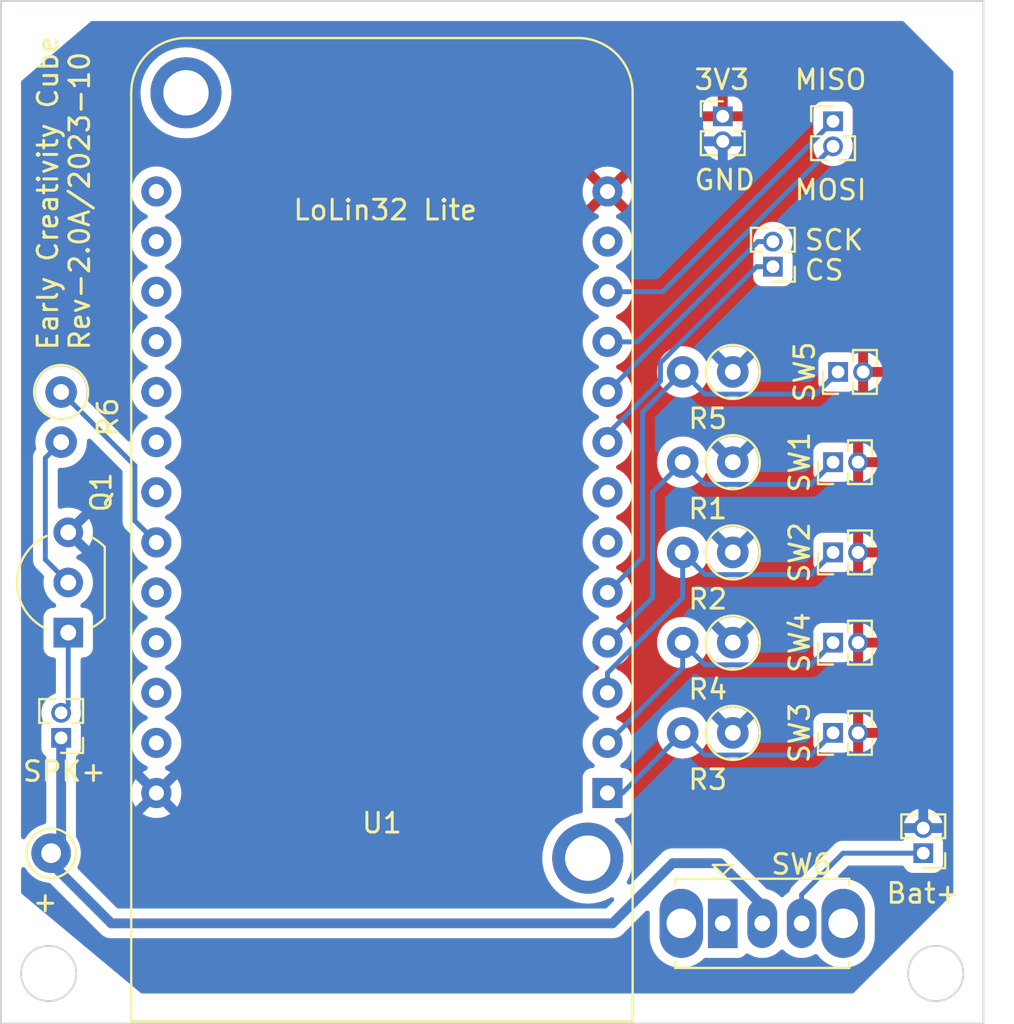
<source format=kicad_pcb>
(kicad_pcb (version 20221018) (generator pcbnew)
  (title_block (comment 4 "AISLER Project ID: ZUUFTUKH"))
  (layers (0 "F.Cu" signal) (31 "B.Cu" signal) (34 "B.Paste" user) (35 "F.Paste" user) (36 "B.SilkS" user "B.Silkscreen") (37 "F.SilkS" user "F.Silkscreen") (38 "B.Mask" user) (39 "F.Mask" user) (44 "Edge.Cuts" user))
  (net 0 "")
  (net 1 "/VCC")
  (net 2 "GND")
  (net 3 "/CS")
  (net 4 "/SCK")
  (net 5 "/MISO")
  (net 6 "/MOSI")
  (net 7 "/3V3")
  (net 8 "Net-(Q1-C)")
  (net 9 "Net-(Q1-B)")
  (net 10 "Net-(U1-GPIO00)")
  (net 11 "Net-(U1-GPIO02)")
  (net 12 "Net-(U1-GPIO13)")
  (net 13 "Net-(U1-GPIO15)")
  (net 14 "Net-(U1-GPIO04)")
  (net 15 "Net-(U1-GPIO25)")
  (net 31 "Net-(BT1-+)")
  (footprint "Connector_PinHeader_1.27mm:PinHeader_1x02_P1.27mm_Vertical" (layer "F.Cu") (at 131.572 98.552 90)
    (fp_text reference "SW2" (at 0 -1.695 90) (layer "F.SilkS"))
    (fp_text value "SW_Push")
    (fp_line (start -1.11 -0.76) (end 0 -0.76) (stroke (width 0.12)) (layer "F.SilkS"))
    (fp_line (start -1.11 0) (end -1.11 -0.76) (stroke (width 0.12)) (layer "F.SilkS"))
    (fp_line (start -1.11 0.76) (end -1.11 1.965) (stroke (width 0.12)) (layer "F.SilkS"))
    (fp_line (start -1.11 0.76) (end -0.563471 0.76) (stroke (width 0.12)) (layer "F.SilkS"))
    (fp_line (start -1.11 1.965) (end -0.30753 1.965) (stroke (width 0.12)) (layer "F.SilkS"))
    (fp_line (start 0.30753 1.965) (end 1.11 1.965) (stroke (width 0.12)) (layer "F.SilkS"))
    (fp_line (start 0.563471 0.76) (end 1.11 0.76) (stroke (width 0.12)) (layer "F.SilkS"))
    (fp_line (start 1.11 0.76) (end 1.11 1.965) (stroke (width 0.12)) (layer "F.SilkS"))
    (pad "1" thru_hole rect (at 0 0 90) (size 1 1) (drill 0.65) (layers "*.Cu" "*.Mask") (net 11 "Net-(U1-GPIO02)"))
    (pad "2" thru_hole oval (at 0 1.27 90) (size 1 1) (drill 0.65) (layers "*.Cu" "*.Mask") (net 7 "/3V3"))
  )
  (footprint "Resistor_THT:R_Axial_DIN0207_L6.3mm_D2.5mm_P2.54mm_Vertical" (layer "F.Cu") (at 92.456 90.424 -90)
    (fp_text reference "R6" (at 1.27 -2.37 90) (layer "F.SilkS"))
    (fp_text value "100R" hide)
    (fp_line (start 1.37 0) (end 1.44 0) (stroke (width 0.12)) (layer "F.SilkS"))
    (fp_circle (center 0 0) (end 1.37 0) (stroke (width 0.12)) (fill none) (layer "F.SilkS"))
    (pad "1" thru_hole circle (at 0 0 270) (size 1.6 1.6) (drill 0.8) (layers "*.Cu" "*.Mask") (net 15 "Net-(U1-GPIO25)"))
    (pad "2" thru_hole oval (at 2.54 0 270) (size 1.6 1.6) (drill 0.8) (layers "*.Cu" "*.Mask") (net 9 "Net-(Q1-B)"))
  )
  (footprint "Connector_PinHeader_1.27mm:PinHeader_1x02_P1.27mm_Vertical" (layer "F.Cu") (at 131.572 93.98 90)
    (fp_text reference "SW1" (at 0 -1.695 90) (layer "F.SilkS"))
    (fp_text value "SW_Push")
    (fp_line (start -1.11 -0.76) (end 0 -0.76) (stroke (width 0.12)) (layer "F.SilkS"))
    (fp_line (start -1.11 0) (end -1.11 -0.76) (stroke (width 0.12)) (layer "F.SilkS"))
    (fp_line (start -1.11 0.76) (end -1.11 1.965) (stroke (width 0.12)) (layer "F.SilkS"))
    (fp_line (start -1.11 0.76) (end -0.563471 0.76) (stroke (width 0.12)) (layer "F.SilkS"))
    (fp_line (start -1.11 1.965) (end -0.30753 1.965) (stroke (width 0.12)) (layer "F.SilkS"))
    (fp_line (start 0.30753 1.965) (end 1.11 1.965) (stroke (width 0.12)) (layer "F.SilkS"))
    (fp_line (start 0.563471 0.76) (end 1.11 0.76) (stroke (width 0.12)) (layer "F.SilkS"))
    (fp_line (start 1.11 0.76) (end 1.11 1.965) (stroke (width 0.12)) (layer "F.SilkS"))
    (pad "1" thru_hole rect (at 0 0 90) (size 1 1) (drill 0.65) (layers "*.Cu" "*.Mask") (net 10 "Net-(U1-GPIO00)"))
    (pad "2" thru_hole oval (at 0 1.27 90) (size 1 1) (drill 0.65) (layers "*.Cu" "*.Mask") (net 7 "/3V3"))
  )
  (footprint "Connector_PinHeader_1.27mm:PinHeader_1x02_P1.27mm_Vertical" (layer "F.Cu") (at 131.826 89.408 90)
    (fp_text reference "SW5" (at 0 -1.695 90) (layer "F.SilkS"))
    (fp_text value "SW_Push")
    (fp_line (start -1.11 -0.76) (end 0 -0.76) (stroke (width 0.12)) (layer "F.SilkS"))
    (fp_line (start -1.11 0) (end -1.11 -0.76) (stroke (width 0.12)) (layer "F.SilkS"))
    (fp_line (start -1.11 0.76) (end -1.11 1.965) (stroke (width 0.12)) (layer "F.SilkS"))
    (fp_line (start -1.11 0.76) (end -0.563471 0.76) (stroke (width 0.12)) (layer "F.SilkS"))
    (fp_line (start -1.11 1.965) (end -0.30753 1.965) (stroke (width 0.12)) (layer "F.SilkS"))
    (fp_line (start 0.30753 1.965) (end 1.11 1.965) (stroke (width 0.12)) (layer "F.SilkS"))
    (fp_line (start 0.563471 0.76) (end 1.11 0.76) (stroke (width 0.12)) (layer "F.SilkS"))
    (fp_line (start 1.11 0.76) (end 1.11 1.965) (stroke (width 0.12)) (layer "F.SilkS"))
    (pad "1" thru_hole rect (at 0 0 90) (size 1 1) (drill 0.65) (layers "*.Cu" "*.Mask") (net 14 "Net-(U1-GPIO04)"))
    (pad "2" thru_hole oval (at 0 1.27 90) (size 1 1) (drill 0.65) (layers "*.Cu" "*.Mask") (net 7 "/3V3"))
  )
  (footprint "Resistor_THT:R_Axial_DIN0207_L6.3mm_D2.5mm_P2.54mm_Vertical" (layer "F.Cu") (at 126.492 103.124 180)
    (fp_text reference "R4" (at 1.27 -2.37) (layer "F.SilkS"))
    (fp_text value "1k")
    (fp_line (start 1.37 0) (end 1.44 0) (stroke (width 0.12)) (layer "F.SilkS"))
    (fp_circle (center 0 0) (end 1.37 0) (stroke (width 0.12)) (fill none) (layer "F.SilkS"))
    (pad "1" thru_hole circle (at 0 0 180) (size 1.6 1.6) (drill 0.8) (layers "*.Cu" "*.Mask") (net 2 "GND"))
    (pad "2" thru_hole oval (at 2.54 0 180) (size 1.6 1.6) (drill 0.8) (layers "*.Cu" "*.Mask") (net 13 "Net-(U1-GPIO15)"))
  )
  (footprint "Button_Switch_THT:SW_Slide_1P2T_CK_OS102011MS2Q" (layer "F.Cu") (at 125.984 117.348)
    (fp_text reference "SW6" (at 3.99 -2.99) (layer "F.SilkS"))
    (fp_text value "SW_SPDT")
    (fp_line (start -2.41 -2.26) (end 6.41 -2.26) (stroke (width 0.12)) (layer "F.SilkS"))
    (fp_line (start -2.41 -1.95) (end -2.41 -2.26) (stroke (width 0.12)) (layer "F.SilkS"))
    (fp_line (start -2.41 2.26) (end -2.41 1.95) (stroke (width 0.12)) (layer "F.SilkS"))
    (fp_line (start -0.5 -2.96) (end 0 -2.46) (stroke (width 0.12)) (layer "F.SilkS"))
    (fp_line (start 0 -2.46) (end 0.5 -2.96) (stroke (width 0.12)) (layer "F.SilkS"))
    (fp_line (start 0.5 -2.96) (end -0.5 -2.96) (stroke (width 0.12)) (layer "F.SilkS"))
    (fp_line (start 6.41 -2.26) (end 6.41 -1.95) (stroke (width 0.12)) (layer "F.SilkS"))
    (fp_line (start 6.41 2.26) (end -2.41 2.26) (stroke (width 0.12)) (layer "F.SilkS"))
    (fp_line (start 6.41 2.26) (end 6.41 1.95) (stroke (width 0.12)) (layer "F.SilkS"))
    (pad "" thru_hole oval (at -2.1 0) (size 2.2 3.5) (drill 1.5) (layers "*.Cu" "*.Mask"))
    (pad "" thru_hole oval (at 6.1 0) (size 2.2 3.5) (drill 1.5) (layers "*.Cu" "*.Mask"))
    (pad "1" thru_hole rect (at 0 0) (size 1.5 2.5) (drill 0.8) (layers "*.Cu" "*.Mask"))
    (pad "2" thru_hole oval (at 2 0) (size 1.5 2.5) (drill 0.8) (layers "*.Cu" "*.Mask") (net 1 "/VCC"))
    (pad "3" thru_hole oval (at 4 0) (size 1.5 2.5) (drill 0.8) (layers "*.Cu" "*.Mask") (net 31 "Net-(BT1-+)"))
  )
  (footprint "Connector_PinHeader_1.27mm:PinHeader_1x02_P1.27mm_Vertical" (layer "F.Cu") (at 131.572 103.124 90)
    (fp_text reference "SW4" (at 0 -1.695 90) (layer "F.SilkS"))
    (fp_text value "SW_Push")
    (fp_line (start -1.11 -0.76) (end 0 -0.76) (stroke (width 0.12)) (layer "F.SilkS"))
    (fp_line (start -1.11 0) (end -1.11 -0.76) (stroke (width 0.12)) (layer "F.SilkS"))
    (fp_line (start -1.11 0.76) (end -1.11 1.965) (stroke (width 0.12)) (layer "F.SilkS"))
    (fp_line (start -1.11 0.76) (end -0.563471 0.76) (stroke (width 0.12)) (layer "F.SilkS"))
    (fp_line (start -1.11 1.965) (end -0.30753 1.965) (stroke (width 0.12)) (layer "F.SilkS"))
    (fp_line (start 0.30753 1.965) (end 1.11 1.965) (stroke (width 0.12)) (layer "F.SilkS"))
    (fp_line (start 0.563471 0.76) (end 1.11 0.76) (stroke (width 0.12)) (layer "F.SilkS"))
    (fp_line (start 1.11 0.76) (end 1.11 1.965) (stroke (width 0.12)) (layer "F.SilkS"))
    (pad "1" thru_hole rect (at 0 0 90) (size 1 1) (drill 0.65) (layers "*.Cu" "*.Mask") (net 13 "Net-(U1-GPIO15)"))
    (pad "2" thru_hole oval (at 0 1.27 90) (size 1 1) (drill 0.65) (layers "*.Cu" "*.Mask") (net 7 "/3V3"))
  )
  (footprint "Resistor_THT:R_Axial_DIN0207_L6.3mm_D2.5mm_P2.54mm_Vertical" (layer "F.Cu") (at 126.492 107.696 180)
    (fp_text reference "R3" (at 1.27 -2.37) (layer "F.SilkS"))
    (fp_text value "1k")
    (fp_line (start 1.37 0) (end 1.44 0) (stroke (width 0.12)) (layer "F.SilkS"))
    (fp_circle (center 0 0) (end 1.37 0) (stroke (width 0.12)) (fill none) (layer "F.SilkS"))
    (pad "1" thru_hole circle (at 0 0 180) (size 1.6 1.6) (drill 0.8) (layers "*.Cu" "*.Mask") (net 2 "GND"))
    (pad "2" thru_hole oval (at 2.54 0 180) (size 1.6 1.6) (drill 0.8) (layers "*.Cu" "*.Mask") (net 12 "Net-(U1-GPIO13)"))
  )
  (footprint "Resistor_THT:R_Axial_DIN0207_L6.3mm_D2.5mm_P2.54mm_Vertical" (layer "F.Cu") (at 126.492 89.408 180)
    (fp_text reference "R5" (at 1.27 -2.37) (layer "F.SilkS"))
    (fp_text value "1k")
    (fp_line (start 1.37 0) (end 1.44 0) (stroke (width 0.12)) (layer "F.SilkS"))
    (fp_circle (center 0 0) (end 1.37 0) (stroke (width 0.12)) (fill none) (layer "F.SilkS"))
    (pad "1" thru_hole circle (at 0 0 180) (size 1.6 1.6) (drill 0.8) (layers "*.Cu" "*.Mask") (net 2 "GND"))
    (pad "2" thru_hole oval (at 2.54 0 180) (size 1.6 1.6) (drill 0.8) (layers "*.Cu" "*.Mask") (net 14 "Net-(U1-GPIO04)"))
  )
  (footprint "Connector_PinHeader_1.27mm:PinHeader_1x02_P1.27mm_Vertical" (layer "F.Cu") (at 136.144 113.792 180)
    (fp_text reference "Bat+" (at 0 -2.032) (layer "F.SilkS"))
    (fp_text value "Battery_Cell")
    (fp_line (start -1.11 -0.76) (end 0 -0.76) (stroke (width 0.12)) (layer "F.SilkS"))
    (fp_line (start -1.11 0) (end -1.11 -0.76) (stroke (width 0.12)) (layer "F.SilkS"))
    (fp_line (start -1.11 0.76) (end -1.11 1.965) (stroke (width 0.12)) (layer "F.SilkS"))
    (fp_line (start -1.11 0.76) (end -0.563471 0.76) (stroke (width 0.12)) (layer "F.SilkS"))
    (fp_line (start -1.11 1.965) (end -0.30753 1.965) (stroke (width 0.12)) (layer "F.SilkS"))
    (fp_line (start 0.30753 1.965) (end 1.11 1.965) (stroke (width 0.12)) (layer "F.SilkS"))
    (fp_line (start 0.563471 0.76) (end 1.11 0.76) (stroke (width 0.12)) (layer "F.SilkS"))
    (fp_line (start 1.11 0.76) (end 1.11 1.965) (stroke (width 0.12)) (layer "F.SilkS"))
    (pad "1" thru_hole rect (at 0 0 180) (size 1 1) (drill 0.65) (layers "*.Cu" "*.Mask") (net 31 "Net-(BT1-+)"))
    (pad "2" thru_hole oval (at 0 1.27 180) (size 1 1) (drill 0.65) (layers "*.Cu" "*.Mask") (net 2 "GND"))
  )
  (footprint "Connector_PinHeader_1.27mm:PinHeader_1x02_P1.27mm_Vertical" (layer "F.Cu") (at 131.572 107.696 90)
    (fp_text reference "SW3" (at 0 -1.695 90) (layer "F.SilkS"))
    (fp_text value "SW_Push")
    (fp_line (start -1.11 -0.76) (end 0 -0.76) (stroke (width 0.12)) (layer "F.SilkS"))
    (fp_line (start -1.11 0) (end -1.11 -0.76) (stroke (width 0.12)) (layer "F.SilkS"))
    (fp_line (start -1.11 0.76) (end -1.11 1.965) (stroke (width 0.12)) (layer "F.SilkS"))
    (fp_line (start -1.11 0.76) (end -0.563471 0.76) (stroke (width 0.12)) (layer "F.SilkS"))
    (fp_line (start -1.11 1.965) (end -0.30753 1.965) (stroke (width 0.12)) (layer "F.SilkS"))
    (fp_line (start 0.30753 1.965) (end 1.11 1.965) (stroke (width 0.12)) (layer "F.SilkS"))
    (fp_line (start 0.563471 0.76) (end 1.11 0.76) (stroke (width 0.12)) (layer "F.SilkS"))
    (fp_line (start 1.11 0.76) (end 1.11 1.965) (stroke (width 0.12)) (layer "F.SilkS"))
    (pad "1" thru_hole rect (at 0 0 90) (size 1 1) (drill 0.65) (layers "*.Cu" "*.Mask") (net 12 "Net-(U1-GPIO13)"))
    (pad "2" thru_hole oval (at 0 1.27 90) (size 1 1) (drill 0.65) (layers "*.Cu" "*.Mask") (net 7 "/3V3"))
  )
  (footprint "Package_TO_SOT_THT:TO-92_Inline_Wide" (layer "F.Cu") (at 92.816 102.616 90)
    (fp_text reference "Q1" (at 7.112 1.672 90) (layer "F.SilkS"))
    (fp_text value "BC337" hide)
    (fp_line (start 0.74 1.85) (end 4.34 1.85) (stroke (width 0.12)) (layer "F.SilkS"))
    (fp_arc (start 0.1836 -1.098807) (mid 1.143021 -2.192817) (end 2.54 -2.6) (stroke (width 0.12)) (layer "F.SilkS"))
    (fp_arc (start 0.74 1.85) (mid 0.446097 1.509328) (end 0.215816 1.122795) (stroke (width 0.12)) (layer "F.SilkS"))
    (fp_arc (start 2.54 -2.6) (mid 3.936979 -2.192818) (end 4.8964 -1.098807) (stroke (width 0.12)) (layer "F.SilkS"))
    (fp_arc (start 4.864184 1.122795) (mid 4.633903 1.509328) (end 4.34 1.85) (stroke (width 0.12)) (layer "F.SilkS"))
    (pad "1" thru_hole rect (at 0 0 90) (size 1.5 1.5) (drill 0.8) (layers "*.Cu" "*.Mask") (net 8 "Net-(Q1-C)"))
    (pad "2" thru_hole circle (at 2.54 0 90) (size 1.5 1.5) (drill 0.8) (layers "*.Cu" "*.Mask") (net 9 "Net-(Q1-B)"))
    (pad "3" thru_hole circle (at 5.08 0 90) (size 1.5 1.5) (drill 0.8) (layers "*.Cu" "*.Mask") (net 2 "GND"))
  )
  (footprint "Connector_Pin:Pin_D1.0mm_L10.0mm" (layer "F.Cu") (at 91.948 113.792)
    (fp_text reference "J1" hide)
    (fp_text value "Bat+")
    (fp_circle (center 0 0) (end 1.25 0.05) (stroke (width 0.12)) (fill none) (layer "F.SilkS"))
    (pad "1" thru_hole circle (at 0 0) (size 2 2) (drill 1) (layers "*.Cu" "*.Mask") (net 1 "/VCC"))
  )
  (footprint "Connector_PinHeader_1.27mm:PinHeader_1x02_P1.27mm_Vertical" (layer "F.Cu") (at 92.456 107.95 180)
    (fp_text reference "LS1" hide)
    (fp_text value "Speaker")
    (fp_line (start -1.11 -0.76) (end 0 -0.76) (stroke (width 0.12)) (layer "F.SilkS"))
    (fp_line (start -1.11 0) (end -1.11 -0.76) (stroke (width 0.12)) (layer "F.SilkS"))
    (fp_line (start -1.11 0.76) (end -1.11 1.965) (stroke (width 0.12)) (layer "F.SilkS"))
    (fp_line (start -1.11 0.76) (end -0.563471 0.76) (stroke (width 0.12)) (layer "F.SilkS"))
    (fp_line (start -1.11 1.965) (end -0.30753 1.965) (stroke (width 0.12)) (layer "F.SilkS"))
    (fp_line (start 0.30753 1.965) (end 1.11 1.965) (stroke (width 0.12)) (layer "F.SilkS"))
    (fp_line (start 0.563471 0.76) (end 1.11 0.76) (stroke (width 0.12)) (layer "F.SilkS"))
    (fp_line (start 1.11 0.76) (end 1.11 1.965) (stroke (width 0.12)) (layer "F.SilkS"))
    (pad "1" thru_hole rect (at 0 0 180) (size 1 1) (drill 0.65) (layers "*.Cu" "*.Mask") (net 1 "/VCC"))
    (pad "2" thru_hole oval (at 0 1.27 180) (size 1 1) (drill 0.65) (layers "*.Cu" "*.Mask") (net 8 "Net-(Q1-C)"))
  )
  (footprint "Resistor_THT:R_Axial_DIN0207_L6.3mm_D2.5mm_P2.54mm_Vertical" (layer "F.Cu") (at 126.492 93.98 180)
    (fp_text reference "R1" (at 1.27 -2.37) (layer "F.SilkS"))
    (fp_text value "1k")
    (fp_line (start 1.37 0) (end 1.44 0) (stroke (width 0.12)) (layer "F.SilkS"))
    (fp_circle (center 0 0) (end 1.37 0) (stroke (width 0.12)) (fill none) (layer "F.SilkS"))
    (pad "1" thru_hole circle (at 0 0 180) (size 1.6 1.6) (drill 0.8) (layers "*.Cu" "*.Mask") (net 2 "GND"))
    (pad "2" thru_hole oval (at 2.54 0 180) (size 1.6 1.6) (drill 0.8) (layers "*.Cu" "*.Mask") (net 10 "Net-(U1-GPIO00)"))
  )
  (footprint "Connector_PinHeader_1.27mm:PinHeader_1x02_P1.27mm_Vertical" (layer "F.Cu") (at 131.572 76.708)
    (fp_text reference "J3" hide)
    (fp_text value "Conn_01x02_Pin")
    (fp_line (start -1.11 -0.76) (end 0 -0.76) (stroke (width 0.12)) (layer "F.SilkS"))
    (fp_line (start -1.11 0) (end -1.11 -0.76) (stroke (width 0.12)) (layer "F.SilkS"))
    (fp_line (start -1.11 0.76) (end -1.11 1.965) (stroke (width 0.12)) (layer "F.SilkS"))
    (fp_line (start -1.11 0.76) (end -0.563471 0.76) (stroke (width 0.12)) (layer "F.SilkS"))
    (fp_line (start -1.11 1.965) (end -0.30753 1.965) (stroke (width 0.12)) (layer "F.SilkS"))
    (fp_line (start 0.30753 1.965) (end 1.11 1.965) (stroke (width 0.12)) (layer "F.SilkS"))
    (fp_line (start 0.563471 0.76) (end 1.11 0.76) (stroke (width 0.12)) (layer "F.SilkS"))
    (fp_line (start 1.11 0.76) (end 1.11 1.965) (stroke (width 0.12)) (layer "F.SilkS"))
    (pad "1" thru_hole rect (at 0 0) (size 1 1) (drill 0.65) (layers "*.Cu" "*.Mask") (net 5 "/MISO"))
    (pad "2" thru_hole oval (at 0 1.27) (size 1 1) (drill 0.65) (layers "*.Cu" "*.Mask") (net 6 "/MOSI"))
  )
  (footprint "Connector_PinHeader_1.27mm:PinHeader_1x02_P1.27mm_Vertical" (layer "F.Cu") (at 128.524 84.074 180)
    (fp_text reference "J2" hide)
    (fp_text value "Conn_01x02_Pin")
    (fp_line (start -1.11 -0.76) (end 0 -0.76) (stroke (width 0.12)) (layer "F.SilkS"))
    (fp_line (start -1.11 0) (end -1.11 -0.76) (stroke (width 0.12)) (layer "F.SilkS"))
    (fp_line (start -1.11 0.76) (end -1.11 1.965) (stroke (width 0.12)) (layer "F.SilkS"))
    (fp_line (start -1.11 0.76) (end -0.563471 0.76) (stroke (width 0.12)) (layer "F.SilkS"))
    (fp_line (start -1.11 1.965) (end -0.30753 1.965) (stroke (width 0.12)) (layer "F.SilkS"))
    (fp_line (start 0.30753 1.965) (end 1.11 1.965) (stroke (width 0.12)) (layer "F.SilkS"))
    (fp_line (start 0.563471 0.76) (end 1.11 0.76) (stroke (width 0.12)) (layer "F.SilkS"))
    (fp_line (start 1.11 0.76) (end 1.11 1.965) (stroke (width 0.12)) (layer "F.SilkS"))
    (pad "1" thru_hole rect (at 0 0 180) (size 1 1) (drill 0.65) (layers "*.Cu" "*.Mask") (net 3 "/CS"))
    (pad "2" thru_hole oval (at 0 1.27 180) (size 1 1) (drill 0.65) (layers "*.Cu" "*.Mask") (net 4 "/SCK"))
  )
  (footprint "Connector_PinHeader_1.27mm:PinHeader_1x02_P1.27mm_Vertical" (layer "F.Cu") (at 125.984 76.454)
    (fp_text reference "J4" hide)
    (fp_text value "Conn_01x02_Pin")
    (fp_line (start -1.11 -0.76) (end 0 -0.76) (stroke (width 0.12)) (layer "F.SilkS"))
    (fp_line (start -1.11 0) (end -1.11 -0.76) (stroke (width 0.12)) (layer "F.SilkS"))
    (fp_line (start -1.11 0.76) (end -1.11 1.965) (stroke (width 0.12)) (layer "F.SilkS"))
    (fp_line (start -1.11 0.76) (end -0.563471 0.76) (stroke (width 0.12)) (layer "F.SilkS"))
    (fp_line (start -1.11 1.965) (end -0.30753 1.965) (stroke (width 0.12)) (layer "F.SilkS"))
    (fp_line (start 0.30753 1.965) (end 1.11 1.965) (stroke (width 0.12)) (layer "F.SilkS"))
    (fp_line (start 0.563471 0.76) (end 1.11 0.76) (stroke (width 0.12)) (layer "F.SilkS"))
    (fp_line (start 1.11 0.76) (end 1.11 1.965) (stroke (width 0.12)) (layer "F.SilkS"))
    (pad "1" thru_hole rect (at 0 0) (size 1 1) (drill 0.65) (layers "*.Cu" "*.Mask") (net 7 "/3V3"))
    (pad "2" thru_hole oval (at 0 1.27) (size 1 1) (drill 0.65) (layers "*.Cu" "*.Mask") (net 2 "GND"))
  )
  (footprint "Resistor_THT:R_Axial_DIN0207_L6.3mm_D2.5mm_P2.54mm_Vertical" (layer "F.Cu") (at 126.492 98.552 180)
    (fp_text reference "R2" (at 1.27 -2.37) (layer "F.SilkS"))
    (fp_text value "1k")
    (fp_line (start 1.37 0) (end 1.44 0) (stroke (width 0.12)) (layer "F.SilkS"))
    (fp_circle (center 0 0) (end 1.37 0) (stroke (width 0.12)) (fill none) (layer "F.SilkS"))
    (pad "1" thru_hole circle (at 0 0 180) (size 1.6 1.6) (drill 0.8) (layers "*.Cu" "*.Mask") (net 2 "GND"))
    (pad "2" thru_hole oval (at 2.54 0 180) (size 1.6 1.6) (drill 0.8) (layers "*.Cu" "*.Mask") (net 11 "Net-(U1-GPIO02)"))
  )
  (footprint "lolin32:WEMOS_LoLin32_Lite" (layer "F.Cu") (at 120.142 110.744)
    (fp_text reference "U1" (at -11.43 1.524 unlocked) (layer "F.SilkS"))
    (fp_text value "WeMos_LoLin32_Lite")
    (fp_line (start -24.135 11.56) (end -24.135 -35.48) (stroke (width 0.12)) (layer "F.SilkS"))
    (fp_line (start -21.36 -38.255) (end -1.5 -38.255) (stroke (width 0.12)) (layer "F.SilkS"))
    (fp_line (start 1.275 -35.48) (end 1.275 11.56) (stroke (width 0.12)) (layer "F.SilkS"))
    (fp_line (start 1.275 11.56) (end -24.135 11.56) (stroke (width 0.12)) (layer "F.SilkS"))
    (fp_arc (start -24.135 -35.48) (mid -23.322221 -37.442221) (end -21.36 -38.255) (stroke (width 0.12)) (layer "F.SilkS"))
    (fp_arc (start -1.5 -38.255) (mid 0.462221 -37.442221) (end 1.275 -35.48) (stroke (width 0.12)) (layer "F.SilkS"))
    (pad "" np_thru_hole circle (at -21.36 -35.48) (size 3.6 3.6) (drill 2.3) (layers "F&B.Cu" "*.Mask"))
    (pad "" np_thru_hole circle (at -1 3.3) (size 3.6 3.6) (drill 2.3) (layers "F&B.Cu" "*.Mask"))
    (pad "1" thru_hole rect (at 0 0) (size 1.524 1.524) (drill 0.762) (layers "*.Cu" "*.Mask") (net 12 "Net-(U1-GPIO13)"))
    (pad "2" thru_hole circle (at 0 -2.54) (size 1.524 1.524) (drill 0.762) (layers "*.Cu" "*.Mask") (net 13 "Net-(U1-GPIO15)"))
    (pad "3" thru_hole circle (at 0 -5.08) (size 1.524 1.524) (drill 0.762) (layers "*.Cu" "*.Mask") (net 11 "Net-(U1-GPIO02)"))
    (pad "4" thru_hole circle (at 0 -7.62) (size 1.524 1.524) (drill 0.762) (layers "*.Cu" "*.Mask") (net 10 "Net-(U1-GPIO00)"))
    (pad "5" thru_hole circle (at 0 -10.16) (size 1.524 1.524) (drill 0.762) (layers "*.Cu" "*.Mask") (net 14 "Net-(U1-GPIO04)"))
    (pad "6" thru_hole circle (at 0 -12.7) (size 1.524 1.524) (drill 0.762) (layers "*.Cu" "*.Mask"))
    (pad "7" thru_hole circle (at 0 -15.24) (size 1.524 1.524) (drill 0.762) (layers "*.Cu" "*.Mask"))
    (pad "8" thru_hole circle (at 0 -17.78) (size 1.524 1.524) (drill 0.762) (layers "*.Cu" "*.Mask") (net 3 "/CS"))
    (pad "9" thru_hole circle (at 0 -20.32) (size 1.524 1.524) (drill 0.762) (layers "*.Cu" "*.Mask") (net 4 "/SCK"))
    (pad "10" thru_hole circle (at 0 -22.86) (size 1.524 1.524) (drill 0.762) (layers "*.Cu" "*.Mask") (net 6 "/MOSI"))
    (pad "11" thru_hole circle (at 0 -25.4) (size 1.524 1.524) (drill 0.762) (layers "*.Cu" "*.Mask") (net 5 "/MISO"))
    (pad "12" thru_hole circle (at 0 -27.94) (size 1.524 1.524) (drill 0.762) (layers "*.Cu" "*.Mask"))
    (pad "13" thru_hole circle (at 0 -30.48) (size 1.524 1.524) (drill 0.762) (layers "*.Cu" "*.Mask") (net 7 "/3V3"))
    (pad "14" thru_hole circle (at -22.86 -30.48) (size 1.524 1.524) (drill 0.762) (layers "*.Cu" "*.Mask"))
    (pad "15" thru_hole circle (at -22.86 -27.94) (size 1.524 1.524) (drill 0.762) (layers "*.Cu" "*.Mask"))
    (pad "16" thru_hole circle (at -22.86 -25.4) (size 1.524 1.524) (drill 0.762) (layers "*.Cu" "*.Mask"))
    (pad "17" thru_hole circle (at -22.86 -22.86) (size 1.524 1.524) (drill 0.762) (layers "*.Cu" "*.Mask"))
    (pad "18" thru_hole circle (at -22.86 -20.32) (size 1.524 1.524) (drill 0.762) (layers "*.Cu" "*.Mask"))
    (pad "19" thru_hole circle (at -22.86 -17.78) (size 1.524 1.524) (drill 0.762) (layers "*.Cu" "*.Mask"))
    (pad "20" thru_hole circle (at -22.86 -15.24) (size 1.524 1.524) (drill 0.762) (layers "*.Cu" "*.Mask"))
    (pad "21" thru_hole circle (at -22.86 -12.7) (size 1.524 1.524) (drill 0.762) (layers "*.Cu" "*.Mask") (net 15 "Net-(U1-GPIO25)"))
    (pad "22" thru_hole circle (at -22.86 -10.16) (size 1.524 1.524) (drill 0.762) (layers "*.Cu" "*.Mask"))
    (pad "23" thru_hole circle (at -22.86 -7.62) (size 1.524 1.524) (drill 0.762) (layers "*.Cu" "*.Mask"))
    (pad "24" thru_hole circle (at -22.86 -5.08) (size 1.524 1.524) (drill 0.762) (layers "*.Cu" "*.Mask"))
    (pad "25" thru_hole circle (at -22.86 -2.54) (size 1.524 1.524) (drill 0.762) (layers "*.Cu" "*.Mask"))
    (pad "26" thru_hole circle (at -22.86 0) (size 1.524 1.524) (drill 0.762) (layers "*.Cu" "*.Mask") (net 2 "GND"))
  )
  (gr_rect (start 89.408 70.612) (end 139.192 122.428) (stroke (width 0.1)) (fill none) (layer "Edge.Cuts"))
  (gr_circle (center 91.823944 119.888) (end 92.985266 119.106222) (stroke (width 0.1)) (fill none) (layer "Edge.Cuts"))
  (gr_circle (center 136.776056 119.888) (end 137.937378 119.106222) (stroke (width 0.1)) (fill none) (layer "Edge.Cuts"))
  (gr_text "GND" (at 124.46 80.264) (layer "F.SilkS") (effects (font (size 1 1)) (justify left bottom)))
  (gr_text "+" (at 90.932 116.84) (layer "F.SilkS") (effects (font (size 1 1)) (justify left bottom)))
  (gr_text "CS" (at 130.048 84.836) (layer "F.SilkS") (effects (font (size 1 1)) (justify left bottom)))
  (gr_text "MISO" (at 129.54 75.184) (layer "F.SilkS") (effects (font (size 1 1)) (justify left bottom)))
  (gr_text "3V3" (at 124.46 75.184) (layer "F.SilkS") (effects (font (size 1 1)) (justify left bottom)))
  (gr_text "MOSI" (at 129.54 80.772) (layer "F.SilkS") (effects (font (size 1 1)) (justify left bottom)))
  (gr_text "SPK+" (at 90.424 110.236) (layer "F.SilkS") (effects (font (size 1 1)) (justify left bottom)))
  (gr_text "SCK" (at 130.048 83.312) (layer "F.SilkS") (effects (font (size 1 1)) (justify left bottom)))
  (gr_text "Early Creativity Cube\nRev-2.0A/2023-10" (at 93.98 88.392 90) (layer "F.SilkS") (effects (font (size 1 1)) (justify left bottom)))
  (gr_text "LoLin32 Lite" (at 104.14 81.788) (layer "F.SilkS") (effects (font (size 1 1)) (justify left bottom)))
  (segment (start 92.456 107.95) (end 92.456 113.284) (width 0.5) (layer "B.Cu") (net 1))
  (segment (start 120.396 117.348) (end 123.444 114.3) (width 0.5) (layer "B.Cu") (net 1))
  (segment (start 123.444 114.3) (end 125.836 114.3) (width 0.5) (layer "B.Cu") (net 1))
  (segment (start 92.456 113.284) (end 91.948 113.792) (width 0.5) (layer "B.Cu") (net 1))
  (segment (start 125.836 114.3) (end 127.984 116.448) (width 0.5) (layer "B.Cu") (net 1))
  (segment (start 91.948 113.792) (end 91.948 114.3) (width 0.5) (layer "B.Cu") (net 1))
  (segment (start 94.996 117.348) (end 120.396 117.348) (width 0.5) (layer "B.Cu") (net 1))
  (segment (start 127.984 116.448) (end 127.984 117.348) (width 0.5) (layer "B.Cu") (net 1))
  (segment (start 91.948 114.3) (end 94.996 117.348) (width 0.5) (layer "B.Cu") (net 1))
  (segment (start 120.142 92.964) (end 120.142 92.558991) (width 0.25) (layer "B.Cu") (net 3))
  (segment (start 127.695009 84.074) (end 128.524 84.074) (width 0.25) (layer "B.Cu") (net 3))
  (segment (start 122.827 88.942009) (end 127.695009 84.074) (width 0.25) (layer "B.Cu") (net 3))
  (segment (start 122.827 89.873991) (end 122.827 88.942009) (width 0.25) (layer "B.Cu") (net 3))
  (segment (start 120.142 92.558991) (end 122.827 89.873991) (width 0.25) (layer "B.Cu") (net 3))
  (segment (start 120.142 90.424) (end 127.762 82.804) (width 0.25) (layer "B.Cu") (net 4))
  (segment (start 127.762 82.804) (end 128.524 82.804) (width 0.25) (layer "B.Cu") (net 4))
  (segment (start 122.936 85.344) (end 131.572 76.708) (width 0.25) (layer "B.Cu") (net 5))
  (segment (start 120.142 85.344) (end 122.936 85.344) (width 0.25) (layer "B.Cu") (net 5))
  (segment (start 120.142 87.884) (end 121.666 87.884) (width 0.25) (layer "B.Cu") (net 6))
  (segment (start 121.666 87.884) (end 131.572 77.978) (width 0.25) (layer "B.Cu") (net 6))
  (segment (start 92.816 106.32) (end 92.456 106.68) (width 0.25) (layer "B.Cu") (net 8))
  (segment (start 92.816 102.616) (end 92.816 106.32) (width 0.25) (layer "B.Cu") (net 8))
  (segment (start 91.656001 93.763999) (end 92.456 92.964) (width 0.25) (layer "B.Cu") (net 9))
  (segment (start 92.816 100.076) (end 91.656001 98.916001) (width 0.25) (layer "B.Cu") (net 9))
  (segment (start 91.656001 98.916001) (end 91.656001 93.763999) (width 0.25) (layer "B.Cu") (net 9))
  (segment (start 122.428 100.838) (end 122.428 95.504) (width 0.25) (layer "B.Cu") (net 10))
  (segment (start 130.447 95.105) (end 131.572 93.98) (width 0.25) (layer "B.Cu") (net 10))
  (segment (start 125.077 95.105) (end 130.447 95.105) (width 0.25) (layer "B.Cu") (net 10))
  (segment (start 122.428 95.504) (end 123.952 93.98) (width 0.25) (layer "B.Cu") (net 10))
  (segment (start 120.142 103.124) (end 122.428 100.838) (width 0.25) (layer "B.Cu") (net 10))
  (segment (start 123.952 93.98) (end 125.077 95.105) (width 0.25) (layer "B.Cu") (net 10))
  (segment (start 130.447 99.677) (end 131.572 98.552) (width 0.25) (layer "B.Cu") (net 11))
  (segment (start 123.952 100.851251) (end 123.952 98.552) (width 0.25) (layer "B.Cu") (net 11))
  (segment (start 123.952 98.552) (end 125.077 99.677) (width 0.25) (layer "B.Cu") (net 11))
  (segment (start 120.142 104.661251) (end 123.952 100.851251) (width 0.25) (layer "B.Cu") (net 11))
  (segment (start 125.077 99.677) (end 130.447 99.677) (width 0.25) (layer "B.Cu") (net 11))
  (segment (start 120.142 105.664) (end 120.142 104.661251) (width 0.25) (layer "B.Cu") (net 11))
  (segment (start 120.142 110.744) (end 120.904 110.744) (width 0.25) (layer "B.Cu") (net 12))
  (segment (start 125.077 108.821) (end 130.447 108.821) (width 0.25) (layer "B.Cu") (net 12))
  (segment (start 130.447 108.821) (end 131.572 107.696) (width 0.25) (layer "B.Cu") (net 12))
  (segment (start 120.904 110.744) (end 123.952 107.696) (width 0.25) (layer "B.Cu") (net 12))
  (segment (start 123.952 107.696) (end 125.077 108.821) (width 0.25) (layer "B.Cu") (net 12))
  (segment (start 123.952 103.124) (end 125.077 104.249) (width 0.25) (layer "B.Cu") (net 13))
  (segment (start 125.077 104.249) (end 130.447 104.249) (width 0.25) (layer "B.Cu") (net 13))
  (segment (start 123.952 104.394) (end 123.952 103.124) (width 0.25) (layer "B.Cu") (net 13))
  (segment (start 120.142 108.204) (end 123.952 104.394) (width 0.25) (layer "B.Cu") (net 13))
  (segment (start 130.447 104.249) (end 131.572 103.124) (width 0.25) (layer "B.Cu") (net 13))
  (segment (start 121.92 98.806) (end 121.92 91.44) (width 0.25) (layer "B.Cu") (net 14))
  (segment (start 123.952 89.408) (end 125.077 90.533) (width 0.25) (layer "B.Cu") (net 14))
  (segment (start 121.92 91.44) (end 123.952 89.408) (width 0.25) (layer "B.Cu") (net 14))
  (segment (start 120.142 100.584) (end 121.92 98.806) (width 0.25) (layer "B.Cu") (net 14))
  (segment (start 125.077 90.533) (end 130.701 90.533) (width 0.25) (layer "B.Cu") (net 14))
  (segment (start 130.701 90.533) (end 131.826 89.408) (width 0.25) (layer "B.Cu") (net 14))
  (segment (start 96.195 94.163) (end 92.456 90.424) (width 0.25) (layer "B.Cu") (net 15))
  (segment (start 97.282 98.044) (end 96.195 96.957) (width 0.25) (layer "B.Cu") (net 15))
  (segment (start 96.195 96.957) (end 96.195 94.163) (width 0.25) (layer "B.Cu") (net 15))
  (segment (start 129.984 117.348) (end 129.984 115.888) (width 0.25) (layer "B.Cu") (net 31))
  (segment (start 129.984 115.888) (end 132.08 113.792) (width 0.25) (layer "B.Cu") (net 31))
  (segment (start 132.08 113.792) (end 136.144 113.792) (width 0.25) (layer "B.Cu") (net 31))
  (zone (net 7) (net_name "/3V3") (layer "F.Cu") (priority 1) (connect_pads (clearance 0.5)) (min_thickness 0.25) (fill yes (thermal_gap 0.5) (thermal_bridge_width 0.5))
    (polygon (pts (xy 102.108 74.676) (xy 122.428 74.676) (xy 134.62 74.676) (xy 134.62 110.236) (xy 133.096 111.76) (xy 124.714 112.522) (xy 102.108 112.522)))
  )
  (zone (net 2) (net_name "GND") (layer "B.Cu") (connect_pads (clearance 0.5)) (min_thickness 0.25) (fill yes (thermal_gap 0.5) (thermal_bridge_width 0.5))
    (polygon (pts (xy 90.424 74.676) (xy 93.98 71.628) (xy 135.128 71.628) (xy 137.668 74.168) (xy 137.668 115.824) (xy 132.588 120.904) (xy 96.52 120.904) (xy 90.424 115.824)))
  )
)
</source>
